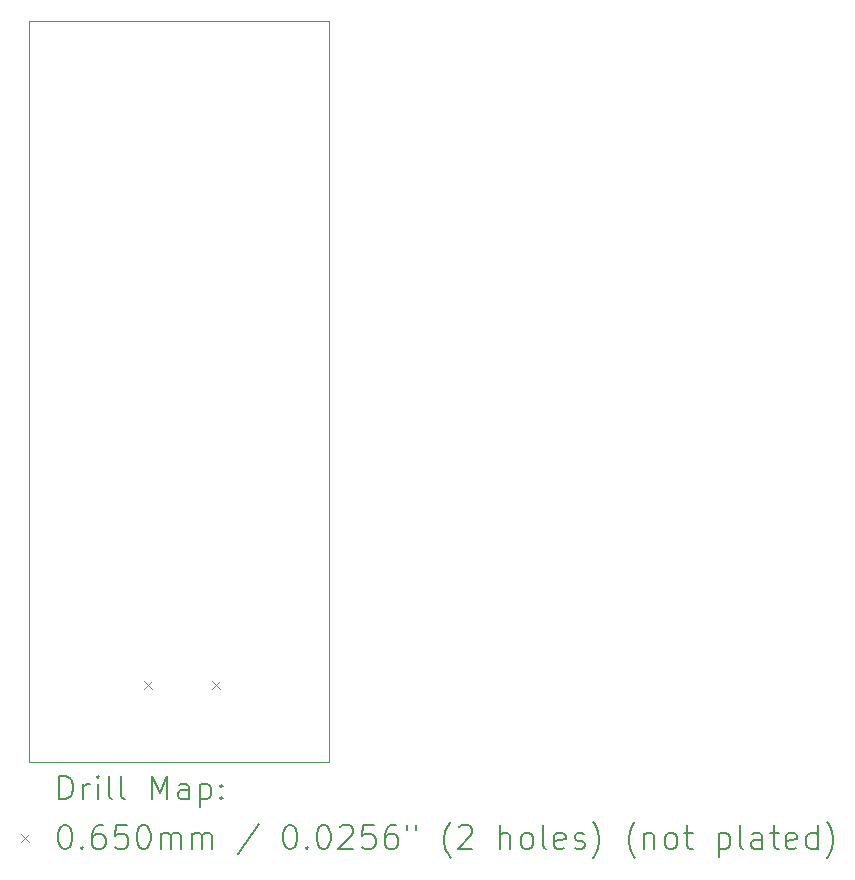
<source format=gbr>
%TF.GenerationSoftware,KiCad,Pcbnew,8.0.3*%
%TF.CreationDate,2024-10-04T21:01:36+05:30*%
%TF.ProjectId,TP4056,54503430-3536-42e6-9b69-6361645f7063,rev?*%
%TF.SameCoordinates,Original*%
%TF.FileFunction,Drillmap*%
%TF.FilePolarity,Positive*%
%FSLAX45Y45*%
G04 Gerber Fmt 4.5, Leading zero omitted, Abs format (unit mm)*
G04 Created by KiCad (PCBNEW 8.0.3) date 2024-10-04 21:01:36*
%MOMM*%
%LPD*%
G01*
G04 APERTURE LIST*
%ADD10C,0.050000*%
%ADD11C,0.200000*%
%ADD12C,0.100000*%
G04 APERTURE END LIST*
D10*
X6187500Y-6277500D02*
X8727500Y-6277500D01*
X8727500Y-12551500D01*
X6187500Y-12551500D01*
X6187500Y-6277500D01*
D11*
D12*
X7161000Y-11868500D02*
X7226000Y-11933500D01*
X7226000Y-11868500D02*
X7161000Y-11933500D01*
X7739000Y-11868500D02*
X7804000Y-11933500D01*
X7804000Y-11868500D02*
X7739000Y-11933500D01*
D11*
X6445777Y-12865484D02*
X6445777Y-12665484D01*
X6445777Y-12665484D02*
X6493396Y-12665484D01*
X6493396Y-12665484D02*
X6521967Y-12675008D01*
X6521967Y-12675008D02*
X6541015Y-12694055D01*
X6541015Y-12694055D02*
X6550539Y-12713103D01*
X6550539Y-12713103D02*
X6560062Y-12751198D01*
X6560062Y-12751198D02*
X6560062Y-12779769D01*
X6560062Y-12779769D02*
X6550539Y-12817865D01*
X6550539Y-12817865D02*
X6541015Y-12836912D01*
X6541015Y-12836912D02*
X6521967Y-12855960D01*
X6521967Y-12855960D02*
X6493396Y-12865484D01*
X6493396Y-12865484D02*
X6445777Y-12865484D01*
X6645777Y-12865484D02*
X6645777Y-12732150D01*
X6645777Y-12770246D02*
X6655301Y-12751198D01*
X6655301Y-12751198D02*
X6664824Y-12741674D01*
X6664824Y-12741674D02*
X6683872Y-12732150D01*
X6683872Y-12732150D02*
X6702920Y-12732150D01*
X6769586Y-12865484D02*
X6769586Y-12732150D01*
X6769586Y-12665484D02*
X6760062Y-12675008D01*
X6760062Y-12675008D02*
X6769586Y-12684531D01*
X6769586Y-12684531D02*
X6779110Y-12675008D01*
X6779110Y-12675008D02*
X6769586Y-12665484D01*
X6769586Y-12665484D02*
X6769586Y-12684531D01*
X6893396Y-12865484D02*
X6874348Y-12855960D01*
X6874348Y-12855960D02*
X6864824Y-12836912D01*
X6864824Y-12836912D02*
X6864824Y-12665484D01*
X6998158Y-12865484D02*
X6979110Y-12855960D01*
X6979110Y-12855960D02*
X6969586Y-12836912D01*
X6969586Y-12836912D02*
X6969586Y-12665484D01*
X7226729Y-12865484D02*
X7226729Y-12665484D01*
X7226729Y-12665484D02*
X7293396Y-12808341D01*
X7293396Y-12808341D02*
X7360062Y-12665484D01*
X7360062Y-12665484D02*
X7360062Y-12865484D01*
X7541015Y-12865484D02*
X7541015Y-12760722D01*
X7541015Y-12760722D02*
X7531491Y-12741674D01*
X7531491Y-12741674D02*
X7512443Y-12732150D01*
X7512443Y-12732150D02*
X7474348Y-12732150D01*
X7474348Y-12732150D02*
X7455301Y-12741674D01*
X7541015Y-12855960D02*
X7521967Y-12865484D01*
X7521967Y-12865484D02*
X7474348Y-12865484D01*
X7474348Y-12865484D02*
X7455301Y-12855960D01*
X7455301Y-12855960D02*
X7445777Y-12836912D01*
X7445777Y-12836912D02*
X7445777Y-12817865D01*
X7445777Y-12817865D02*
X7455301Y-12798817D01*
X7455301Y-12798817D02*
X7474348Y-12789293D01*
X7474348Y-12789293D02*
X7521967Y-12789293D01*
X7521967Y-12789293D02*
X7541015Y-12779769D01*
X7636253Y-12732150D02*
X7636253Y-12932150D01*
X7636253Y-12741674D02*
X7655301Y-12732150D01*
X7655301Y-12732150D02*
X7693396Y-12732150D01*
X7693396Y-12732150D02*
X7712443Y-12741674D01*
X7712443Y-12741674D02*
X7721967Y-12751198D01*
X7721967Y-12751198D02*
X7731491Y-12770246D01*
X7731491Y-12770246D02*
X7731491Y-12827388D01*
X7731491Y-12827388D02*
X7721967Y-12846436D01*
X7721967Y-12846436D02*
X7712443Y-12855960D01*
X7712443Y-12855960D02*
X7693396Y-12865484D01*
X7693396Y-12865484D02*
X7655301Y-12865484D01*
X7655301Y-12865484D02*
X7636253Y-12855960D01*
X7817205Y-12846436D02*
X7826729Y-12855960D01*
X7826729Y-12855960D02*
X7817205Y-12865484D01*
X7817205Y-12865484D02*
X7807682Y-12855960D01*
X7807682Y-12855960D02*
X7817205Y-12846436D01*
X7817205Y-12846436D02*
X7817205Y-12865484D01*
X7817205Y-12741674D02*
X7826729Y-12751198D01*
X7826729Y-12751198D02*
X7817205Y-12760722D01*
X7817205Y-12760722D02*
X7807682Y-12751198D01*
X7807682Y-12751198D02*
X7817205Y-12741674D01*
X7817205Y-12741674D02*
X7817205Y-12760722D01*
D12*
X6120000Y-13161500D02*
X6185000Y-13226500D01*
X6185000Y-13161500D02*
X6120000Y-13226500D01*
D11*
X6483872Y-13085484D02*
X6502920Y-13085484D01*
X6502920Y-13085484D02*
X6521967Y-13095008D01*
X6521967Y-13095008D02*
X6531491Y-13104531D01*
X6531491Y-13104531D02*
X6541015Y-13123579D01*
X6541015Y-13123579D02*
X6550539Y-13161674D01*
X6550539Y-13161674D02*
X6550539Y-13209293D01*
X6550539Y-13209293D02*
X6541015Y-13247388D01*
X6541015Y-13247388D02*
X6531491Y-13266436D01*
X6531491Y-13266436D02*
X6521967Y-13275960D01*
X6521967Y-13275960D02*
X6502920Y-13285484D01*
X6502920Y-13285484D02*
X6483872Y-13285484D01*
X6483872Y-13285484D02*
X6464824Y-13275960D01*
X6464824Y-13275960D02*
X6455301Y-13266436D01*
X6455301Y-13266436D02*
X6445777Y-13247388D01*
X6445777Y-13247388D02*
X6436253Y-13209293D01*
X6436253Y-13209293D02*
X6436253Y-13161674D01*
X6436253Y-13161674D02*
X6445777Y-13123579D01*
X6445777Y-13123579D02*
X6455301Y-13104531D01*
X6455301Y-13104531D02*
X6464824Y-13095008D01*
X6464824Y-13095008D02*
X6483872Y-13085484D01*
X6636253Y-13266436D02*
X6645777Y-13275960D01*
X6645777Y-13275960D02*
X6636253Y-13285484D01*
X6636253Y-13285484D02*
X6626729Y-13275960D01*
X6626729Y-13275960D02*
X6636253Y-13266436D01*
X6636253Y-13266436D02*
X6636253Y-13285484D01*
X6817205Y-13085484D02*
X6779110Y-13085484D01*
X6779110Y-13085484D02*
X6760062Y-13095008D01*
X6760062Y-13095008D02*
X6750539Y-13104531D01*
X6750539Y-13104531D02*
X6731491Y-13133103D01*
X6731491Y-13133103D02*
X6721967Y-13171198D01*
X6721967Y-13171198D02*
X6721967Y-13247388D01*
X6721967Y-13247388D02*
X6731491Y-13266436D01*
X6731491Y-13266436D02*
X6741015Y-13275960D01*
X6741015Y-13275960D02*
X6760062Y-13285484D01*
X6760062Y-13285484D02*
X6798158Y-13285484D01*
X6798158Y-13285484D02*
X6817205Y-13275960D01*
X6817205Y-13275960D02*
X6826729Y-13266436D01*
X6826729Y-13266436D02*
X6836253Y-13247388D01*
X6836253Y-13247388D02*
X6836253Y-13199769D01*
X6836253Y-13199769D02*
X6826729Y-13180722D01*
X6826729Y-13180722D02*
X6817205Y-13171198D01*
X6817205Y-13171198D02*
X6798158Y-13161674D01*
X6798158Y-13161674D02*
X6760062Y-13161674D01*
X6760062Y-13161674D02*
X6741015Y-13171198D01*
X6741015Y-13171198D02*
X6731491Y-13180722D01*
X6731491Y-13180722D02*
X6721967Y-13199769D01*
X7017205Y-13085484D02*
X6921967Y-13085484D01*
X6921967Y-13085484D02*
X6912443Y-13180722D01*
X6912443Y-13180722D02*
X6921967Y-13171198D01*
X6921967Y-13171198D02*
X6941015Y-13161674D01*
X6941015Y-13161674D02*
X6988634Y-13161674D01*
X6988634Y-13161674D02*
X7007682Y-13171198D01*
X7007682Y-13171198D02*
X7017205Y-13180722D01*
X7017205Y-13180722D02*
X7026729Y-13199769D01*
X7026729Y-13199769D02*
X7026729Y-13247388D01*
X7026729Y-13247388D02*
X7017205Y-13266436D01*
X7017205Y-13266436D02*
X7007682Y-13275960D01*
X7007682Y-13275960D02*
X6988634Y-13285484D01*
X6988634Y-13285484D02*
X6941015Y-13285484D01*
X6941015Y-13285484D02*
X6921967Y-13275960D01*
X6921967Y-13275960D02*
X6912443Y-13266436D01*
X7150539Y-13085484D02*
X7169586Y-13085484D01*
X7169586Y-13085484D02*
X7188634Y-13095008D01*
X7188634Y-13095008D02*
X7198158Y-13104531D01*
X7198158Y-13104531D02*
X7207682Y-13123579D01*
X7207682Y-13123579D02*
X7217205Y-13161674D01*
X7217205Y-13161674D02*
X7217205Y-13209293D01*
X7217205Y-13209293D02*
X7207682Y-13247388D01*
X7207682Y-13247388D02*
X7198158Y-13266436D01*
X7198158Y-13266436D02*
X7188634Y-13275960D01*
X7188634Y-13275960D02*
X7169586Y-13285484D01*
X7169586Y-13285484D02*
X7150539Y-13285484D01*
X7150539Y-13285484D02*
X7131491Y-13275960D01*
X7131491Y-13275960D02*
X7121967Y-13266436D01*
X7121967Y-13266436D02*
X7112443Y-13247388D01*
X7112443Y-13247388D02*
X7102920Y-13209293D01*
X7102920Y-13209293D02*
X7102920Y-13161674D01*
X7102920Y-13161674D02*
X7112443Y-13123579D01*
X7112443Y-13123579D02*
X7121967Y-13104531D01*
X7121967Y-13104531D02*
X7131491Y-13095008D01*
X7131491Y-13095008D02*
X7150539Y-13085484D01*
X7302920Y-13285484D02*
X7302920Y-13152150D01*
X7302920Y-13171198D02*
X7312443Y-13161674D01*
X7312443Y-13161674D02*
X7331491Y-13152150D01*
X7331491Y-13152150D02*
X7360063Y-13152150D01*
X7360063Y-13152150D02*
X7379110Y-13161674D01*
X7379110Y-13161674D02*
X7388634Y-13180722D01*
X7388634Y-13180722D02*
X7388634Y-13285484D01*
X7388634Y-13180722D02*
X7398158Y-13161674D01*
X7398158Y-13161674D02*
X7417205Y-13152150D01*
X7417205Y-13152150D02*
X7445777Y-13152150D01*
X7445777Y-13152150D02*
X7464824Y-13161674D01*
X7464824Y-13161674D02*
X7474348Y-13180722D01*
X7474348Y-13180722D02*
X7474348Y-13285484D01*
X7569586Y-13285484D02*
X7569586Y-13152150D01*
X7569586Y-13171198D02*
X7579110Y-13161674D01*
X7579110Y-13161674D02*
X7598158Y-13152150D01*
X7598158Y-13152150D02*
X7626729Y-13152150D01*
X7626729Y-13152150D02*
X7645777Y-13161674D01*
X7645777Y-13161674D02*
X7655301Y-13180722D01*
X7655301Y-13180722D02*
X7655301Y-13285484D01*
X7655301Y-13180722D02*
X7664824Y-13161674D01*
X7664824Y-13161674D02*
X7683872Y-13152150D01*
X7683872Y-13152150D02*
X7712443Y-13152150D01*
X7712443Y-13152150D02*
X7731491Y-13161674D01*
X7731491Y-13161674D02*
X7741015Y-13180722D01*
X7741015Y-13180722D02*
X7741015Y-13285484D01*
X8131491Y-13075960D02*
X7960063Y-13333103D01*
X8388634Y-13085484D02*
X8407682Y-13085484D01*
X8407682Y-13085484D02*
X8426729Y-13095008D01*
X8426729Y-13095008D02*
X8436253Y-13104531D01*
X8436253Y-13104531D02*
X8445777Y-13123579D01*
X8445777Y-13123579D02*
X8455301Y-13161674D01*
X8455301Y-13161674D02*
X8455301Y-13209293D01*
X8455301Y-13209293D02*
X8445777Y-13247388D01*
X8445777Y-13247388D02*
X8436253Y-13266436D01*
X8436253Y-13266436D02*
X8426729Y-13275960D01*
X8426729Y-13275960D02*
X8407682Y-13285484D01*
X8407682Y-13285484D02*
X8388634Y-13285484D01*
X8388634Y-13285484D02*
X8369586Y-13275960D01*
X8369586Y-13275960D02*
X8360063Y-13266436D01*
X8360063Y-13266436D02*
X8350539Y-13247388D01*
X8350539Y-13247388D02*
X8341015Y-13209293D01*
X8341015Y-13209293D02*
X8341015Y-13161674D01*
X8341015Y-13161674D02*
X8350539Y-13123579D01*
X8350539Y-13123579D02*
X8360063Y-13104531D01*
X8360063Y-13104531D02*
X8369586Y-13095008D01*
X8369586Y-13095008D02*
X8388634Y-13085484D01*
X8541015Y-13266436D02*
X8550539Y-13275960D01*
X8550539Y-13275960D02*
X8541015Y-13285484D01*
X8541015Y-13285484D02*
X8531491Y-13275960D01*
X8531491Y-13275960D02*
X8541015Y-13266436D01*
X8541015Y-13266436D02*
X8541015Y-13285484D01*
X8674348Y-13085484D02*
X8693396Y-13085484D01*
X8693396Y-13085484D02*
X8712444Y-13095008D01*
X8712444Y-13095008D02*
X8721968Y-13104531D01*
X8721968Y-13104531D02*
X8731491Y-13123579D01*
X8731491Y-13123579D02*
X8741015Y-13161674D01*
X8741015Y-13161674D02*
X8741015Y-13209293D01*
X8741015Y-13209293D02*
X8731491Y-13247388D01*
X8731491Y-13247388D02*
X8721968Y-13266436D01*
X8721968Y-13266436D02*
X8712444Y-13275960D01*
X8712444Y-13275960D02*
X8693396Y-13285484D01*
X8693396Y-13285484D02*
X8674348Y-13285484D01*
X8674348Y-13285484D02*
X8655301Y-13275960D01*
X8655301Y-13275960D02*
X8645777Y-13266436D01*
X8645777Y-13266436D02*
X8636253Y-13247388D01*
X8636253Y-13247388D02*
X8626729Y-13209293D01*
X8626729Y-13209293D02*
X8626729Y-13161674D01*
X8626729Y-13161674D02*
X8636253Y-13123579D01*
X8636253Y-13123579D02*
X8645777Y-13104531D01*
X8645777Y-13104531D02*
X8655301Y-13095008D01*
X8655301Y-13095008D02*
X8674348Y-13085484D01*
X8817206Y-13104531D02*
X8826729Y-13095008D01*
X8826729Y-13095008D02*
X8845777Y-13085484D01*
X8845777Y-13085484D02*
X8893396Y-13085484D01*
X8893396Y-13085484D02*
X8912444Y-13095008D01*
X8912444Y-13095008D02*
X8921968Y-13104531D01*
X8921968Y-13104531D02*
X8931491Y-13123579D01*
X8931491Y-13123579D02*
X8931491Y-13142627D01*
X8931491Y-13142627D02*
X8921968Y-13171198D01*
X8921968Y-13171198D02*
X8807682Y-13285484D01*
X8807682Y-13285484D02*
X8931491Y-13285484D01*
X9112444Y-13085484D02*
X9017206Y-13085484D01*
X9017206Y-13085484D02*
X9007682Y-13180722D01*
X9007682Y-13180722D02*
X9017206Y-13171198D01*
X9017206Y-13171198D02*
X9036253Y-13161674D01*
X9036253Y-13161674D02*
X9083872Y-13161674D01*
X9083872Y-13161674D02*
X9102920Y-13171198D01*
X9102920Y-13171198D02*
X9112444Y-13180722D01*
X9112444Y-13180722D02*
X9121968Y-13199769D01*
X9121968Y-13199769D02*
X9121968Y-13247388D01*
X9121968Y-13247388D02*
X9112444Y-13266436D01*
X9112444Y-13266436D02*
X9102920Y-13275960D01*
X9102920Y-13275960D02*
X9083872Y-13285484D01*
X9083872Y-13285484D02*
X9036253Y-13285484D01*
X9036253Y-13285484D02*
X9017206Y-13275960D01*
X9017206Y-13275960D02*
X9007682Y-13266436D01*
X9293396Y-13085484D02*
X9255301Y-13085484D01*
X9255301Y-13085484D02*
X9236253Y-13095008D01*
X9236253Y-13095008D02*
X9226729Y-13104531D01*
X9226729Y-13104531D02*
X9207682Y-13133103D01*
X9207682Y-13133103D02*
X9198158Y-13171198D01*
X9198158Y-13171198D02*
X9198158Y-13247388D01*
X9198158Y-13247388D02*
X9207682Y-13266436D01*
X9207682Y-13266436D02*
X9217206Y-13275960D01*
X9217206Y-13275960D02*
X9236253Y-13285484D01*
X9236253Y-13285484D02*
X9274349Y-13285484D01*
X9274349Y-13285484D02*
X9293396Y-13275960D01*
X9293396Y-13275960D02*
X9302920Y-13266436D01*
X9302920Y-13266436D02*
X9312444Y-13247388D01*
X9312444Y-13247388D02*
X9312444Y-13199769D01*
X9312444Y-13199769D02*
X9302920Y-13180722D01*
X9302920Y-13180722D02*
X9293396Y-13171198D01*
X9293396Y-13171198D02*
X9274349Y-13161674D01*
X9274349Y-13161674D02*
X9236253Y-13161674D01*
X9236253Y-13161674D02*
X9217206Y-13171198D01*
X9217206Y-13171198D02*
X9207682Y-13180722D01*
X9207682Y-13180722D02*
X9198158Y-13199769D01*
X9388634Y-13085484D02*
X9388634Y-13123579D01*
X9464825Y-13085484D02*
X9464825Y-13123579D01*
X9760063Y-13361674D02*
X9750539Y-13352150D01*
X9750539Y-13352150D02*
X9731491Y-13323579D01*
X9731491Y-13323579D02*
X9721968Y-13304531D01*
X9721968Y-13304531D02*
X9712444Y-13275960D01*
X9712444Y-13275960D02*
X9702920Y-13228341D01*
X9702920Y-13228341D02*
X9702920Y-13190246D01*
X9702920Y-13190246D02*
X9712444Y-13142627D01*
X9712444Y-13142627D02*
X9721968Y-13114055D01*
X9721968Y-13114055D02*
X9731491Y-13095008D01*
X9731491Y-13095008D02*
X9750539Y-13066436D01*
X9750539Y-13066436D02*
X9760063Y-13056912D01*
X9826730Y-13104531D02*
X9836253Y-13095008D01*
X9836253Y-13095008D02*
X9855301Y-13085484D01*
X9855301Y-13085484D02*
X9902920Y-13085484D01*
X9902920Y-13085484D02*
X9921968Y-13095008D01*
X9921968Y-13095008D02*
X9931491Y-13104531D01*
X9931491Y-13104531D02*
X9941015Y-13123579D01*
X9941015Y-13123579D02*
X9941015Y-13142627D01*
X9941015Y-13142627D02*
X9931491Y-13171198D01*
X9931491Y-13171198D02*
X9817206Y-13285484D01*
X9817206Y-13285484D02*
X9941015Y-13285484D01*
X10179111Y-13285484D02*
X10179111Y-13085484D01*
X10264825Y-13285484D02*
X10264825Y-13180722D01*
X10264825Y-13180722D02*
X10255301Y-13161674D01*
X10255301Y-13161674D02*
X10236253Y-13152150D01*
X10236253Y-13152150D02*
X10207682Y-13152150D01*
X10207682Y-13152150D02*
X10188634Y-13161674D01*
X10188634Y-13161674D02*
X10179111Y-13171198D01*
X10388634Y-13285484D02*
X10369587Y-13275960D01*
X10369587Y-13275960D02*
X10360063Y-13266436D01*
X10360063Y-13266436D02*
X10350539Y-13247388D01*
X10350539Y-13247388D02*
X10350539Y-13190246D01*
X10350539Y-13190246D02*
X10360063Y-13171198D01*
X10360063Y-13171198D02*
X10369587Y-13161674D01*
X10369587Y-13161674D02*
X10388634Y-13152150D01*
X10388634Y-13152150D02*
X10417206Y-13152150D01*
X10417206Y-13152150D02*
X10436253Y-13161674D01*
X10436253Y-13161674D02*
X10445777Y-13171198D01*
X10445777Y-13171198D02*
X10455301Y-13190246D01*
X10455301Y-13190246D02*
X10455301Y-13247388D01*
X10455301Y-13247388D02*
X10445777Y-13266436D01*
X10445777Y-13266436D02*
X10436253Y-13275960D01*
X10436253Y-13275960D02*
X10417206Y-13285484D01*
X10417206Y-13285484D02*
X10388634Y-13285484D01*
X10569587Y-13285484D02*
X10550539Y-13275960D01*
X10550539Y-13275960D02*
X10541015Y-13256912D01*
X10541015Y-13256912D02*
X10541015Y-13085484D01*
X10721968Y-13275960D02*
X10702920Y-13285484D01*
X10702920Y-13285484D02*
X10664825Y-13285484D01*
X10664825Y-13285484D02*
X10645777Y-13275960D01*
X10645777Y-13275960D02*
X10636253Y-13256912D01*
X10636253Y-13256912D02*
X10636253Y-13180722D01*
X10636253Y-13180722D02*
X10645777Y-13161674D01*
X10645777Y-13161674D02*
X10664825Y-13152150D01*
X10664825Y-13152150D02*
X10702920Y-13152150D01*
X10702920Y-13152150D02*
X10721968Y-13161674D01*
X10721968Y-13161674D02*
X10731492Y-13180722D01*
X10731492Y-13180722D02*
X10731492Y-13199769D01*
X10731492Y-13199769D02*
X10636253Y-13218817D01*
X10807682Y-13275960D02*
X10826730Y-13285484D01*
X10826730Y-13285484D02*
X10864825Y-13285484D01*
X10864825Y-13285484D02*
X10883873Y-13275960D01*
X10883873Y-13275960D02*
X10893396Y-13256912D01*
X10893396Y-13256912D02*
X10893396Y-13247388D01*
X10893396Y-13247388D02*
X10883873Y-13228341D01*
X10883873Y-13228341D02*
X10864825Y-13218817D01*
X10864825Y-13218817D02*
X10836253Y-13218817D01*
X10836253Y-13218817D02*
X10817206Y-13209293D01*
X10817206Y-13209293D02*
X10807682Y-13190246D01*
X10807682Y-13190246D02*
X10807682Y-13180722D01*
X10807682Y-13180722D02*
X10817206Y-13161674D01*
X10817206Y-13161674D02*
X10836253Y-13152150D01*
X10836253Y-13152150D02*
X10864825Y-13152150D01*
X10864825Y-13152150D02*
X10883873Y-13161674D01*
X10960063Y-13361674D02*
X10969587Y-13352150D01*
X10969587Y-13352150D02*
X10988634Y-13323579D01*
X10988634Y-13323579D02*
X10998158Y-13304531D01*
X10998158Y-13304531D02*
X11007682Y-13275960D01*
X11007682Y-13275960D02*
X11017206Y-13228341D01*
X11017206Y-13228341D02*
X11017206Y-13190246D01*
X11017206Y-13190246D02*
X11007682Y-13142627D01*
X11007682Y-13142627D02*
X10998158Y-13114055D01*
X10998158Y-13114055D02*
X10988634Y-13095008D01*
X10988634Y-13095008D02*
X10969587Y-13066436D01*
X10969587Y-13066436D02*
X10960063Y-13056912D01*
X11321968Y-13361674D02*
X11312444Y-13352150D01*
X11312444Y-13352150D02*
X11293396Y-13323579D01*
X11293396Y-13323579D02*
X11283872Y-13304531D01*
X11283872Y-13304531D02*
X11274349Y-13275960D01*
X11274349Y-13275960D02*
X11264825Y-13228341D01*
X11264825Y-13228341D02*
X11264825Y-13190246D01*
X11264825Y-13190246D02*
X11274349Y-13142627D01*
X11274349Y-13142627D02*
X11283872Y-13114055D01*
X11283872Y-13114055D02*
X11293396Y-13095008D01*
X11293396Y-13095008D02*
X11312444Y-13066436D01*
X11312444Y-13066436D02*
X11321968Y-13056912D01*
X11398158Y-13152150D02*
X11398158Y-13285484D01*
X11398158Y-13171198D02*
X11407682Y-13161674D01*
X11407682Y-13161674D02*
X11426730Y-13152150D01*
X11426730Y-13152150D02*
X11455301Y-13152150D01*
X11455301Y-13152150D02*
X11474349Y-13161674D01*
X11474349Y-13161674D02*
X11483872Y-13180722D01*
X11483872Y-13180722D02*
X11483872Y-13285484D01*
X11607682Y-13285484D02*
X11588634Y-13275960D01*
X11588634Y-13275960D02*
X11579111Y-13266436D01*
X11579111Y-13266436D02*
X11569587Y-13247388D01*
X11569587Y-13247388D02*
X11569587Y-13190246D01*
X11569587Y-13190246D02*
X11579111Y-13171198D01*
X11579111Y-13171198D02*
X11588634Y-13161674D01*
X11588634Y-13161674D02*
X11607682Y-13152150D01*
X11607682Y-13152150D02*
X11636253Y-13152150D01*
X11636253Y-13152150D02*
X11655301Y-13161674D01*
X11655301Y-13161674D02*
X11664825Y-13171198D01*
X11664825Y-13171198D02*
X11674349Y-13190246D01*
X11674349Y-13190246D02*
X11674349Y-13247388D01*
X11674349Y-13247388D02*
X11664825Y-13266436D01*
X11664825Y-13266436D02*
X11655301Y-13275960D01*
X11655301Y-13275960D02*
X11636253Y-13285484D01*
X11636253Y-13285484D02*
X11607682Y-13285484D01*
X11731492Y-13152150D02*
X11807682Y-13152150D01*
X11760063Y-13085484D02*
X11760063Y-13256912D01*
X11760063Y-13256912D02*
X11769587Y-13275960D01*
X11769587Y-13275960D02*
X11788634Y-13285484D01*
X11788634Y-13285484D02*
X11807682Y-13285484D01*
X12026730Y-13152150D02*
X12026730Y-13352150D01*
X12026730Y-13161674D02*
X12045777Y-13152150D01*
X12045777Y-13152150D02*
X12083873Y-13152150D01*
X12083873Y-13152150D02*
X12102920Y-13161674D01*
X12102920Y-13161674D02*
X12112444Y-13171198D01*
X12112444Y-13171198D02*
X12121968Y-13190246D01*
X12121968Y-13190246D02*
X12121968Y-13247388D01*
X12121968Y-13247388D02*
X12112444Y-13266436D01*
X12112444Y-13266436D02*
X12102920Y-13275960D01*
X12102920Y-13275960D02*
X12083873Y-13285484D01*
X12083873Y-13285484D02*
X12045777Y-13285484D01*
X12045777Y-13285484D02*
X12026730Y-13275960D01*
X12236253Y-13285484D02*
X12217206Y-13275960D01*
X12217206Y-13275960D02*
X12207682Y-13256912D01*
X12207682Y-13256912D02*
X12207682Y-13085484D01*
X12398158Y-13285484D02*
X12398158Y-13180722D01*
X12398158Y-13180722D02*
X12388634Y-13161674D01*
X12388634Y-13161674D02*
X12369587Y-13152150D01*
X12369587Y-13152150D02*
X12331492Y-13152150D01*
X12331492Y-13152150D02*
X12312444Y-13161674D01*
X12398158Y-13275960D02*
X12379111Y-13285484D01*
X12379111Y-13285484D02*
X12331492Y-13285484D01*
X12331492Y-13285484D02*
X12312444Y-13275960D01*
X12312444Y-13275960D02*
X12302920Y-13256912D01*
X12302920Y-13256912D02*
X12302920Y-13237865D01*
X12302920Y-13237865D02*
X12312444Y-13218817D01*
X12312444Y-13218817D02*
X12331492Y-13209293D01*
X12331492Y-13209293D02*
X12379111Y-13209293D01*
X12379111Y-13209293D02*
X12398158Y-13199769D01*
X12464825Y-13152150D02*
X12541015Y-13152150D01*
X12493396Y-13085484D02*
X12493396Y-13256912D01*
X12493396Y-13256912D02*
X12502920Y-13275960D01*
X12502920Y-13275960D02*
X12521968Y-13285484D01*
X12521968Y-13285484D02*
X12541015Y-13285484D01*
X12683873Y-13275960D02*
X12664825Y-13285484D01*
X12664825Y-13285484D02*
X12626730Y-13285484D01*
X12626730Y-13285484D02*
X12607682Y-13275960D01*
X12607682Y-13275960D02*
X12598158Y-13256912D01*
X12598158Y-13256912D02*
X12598158Y-13180722D01*
X12598158Y-13180722D02*
X12607682Y-13161674D01*
X12607682Y-13161674D02*
X12626730Y-13152150D01*
X12626730Y-13152150D02*
X12664825Y-13152150D01*
X12664825Y-13152150D02*
X12683873Y-13161674D01*
X12683873Y-13161674D02*
X12693396Y-13180722D01*
X12693396Y-13180722D02*
X12693396Y-13199769D01*
X12693396Y-13199769D02*
X12598158Y-13218817D01*
X12864825Y-13285484D02*
X12864825Y-13085484D01*
X12864825Y-13275960D02*
X12845777Y-13285484D01*
X12845777Y-13285484D02*
X12807682Y-13285484D01*
X12807682Y-13285484D02*
X12788634Y-13275960D01*
X12788634Y-13275960D02*
X12779111Y-13266436D01*
X12779111Y-13266436D02*
X12769587Y-13247388D01*
X12769587Y-13247388D02*
X12769587Y-13190246D01*
X12769587Y-13190246D02*
X12779111Y-13171198D01*
X12779111Y-13171198D02*
X12788634Y-13161674D01*
X12788634Y-13161674D02*
X12807682Y-13152150D01*
X12807682Y-13152150D02*
X12845777Y-13152150D01*
X12845777Y-13152150D02*
X12864825Y-13161674D01*
X12941015Y-13361674D02*
X12950539Y-13352150D01*
X12950539Y-13352150D02*
X12969587Y-13323579D01*
X12969587Y-13323579D02*
X12979111Y-13304531D01*
X12979111Y-13304531D02*
X12988634Y-13275960D01*
X12988634Y-13275960D02*
X12998158Y-13228341D01*
X12998158Y-13228341D02*
X12998158Y-13190246D01*
X12998158Y-13190246D02*
X12988634Y-13142627D01*
X12988634Y-13142627D02*
X12979111Y-13114055D01*
X12979111Y-13114055D02*
X12969587Y-13095008D01*
X12969587Y-13095008D02*
X12950539Y-13066436D01*
X12950539Y-13066436D02*
X12941015Y-13056912D01*
M02*

</source>
